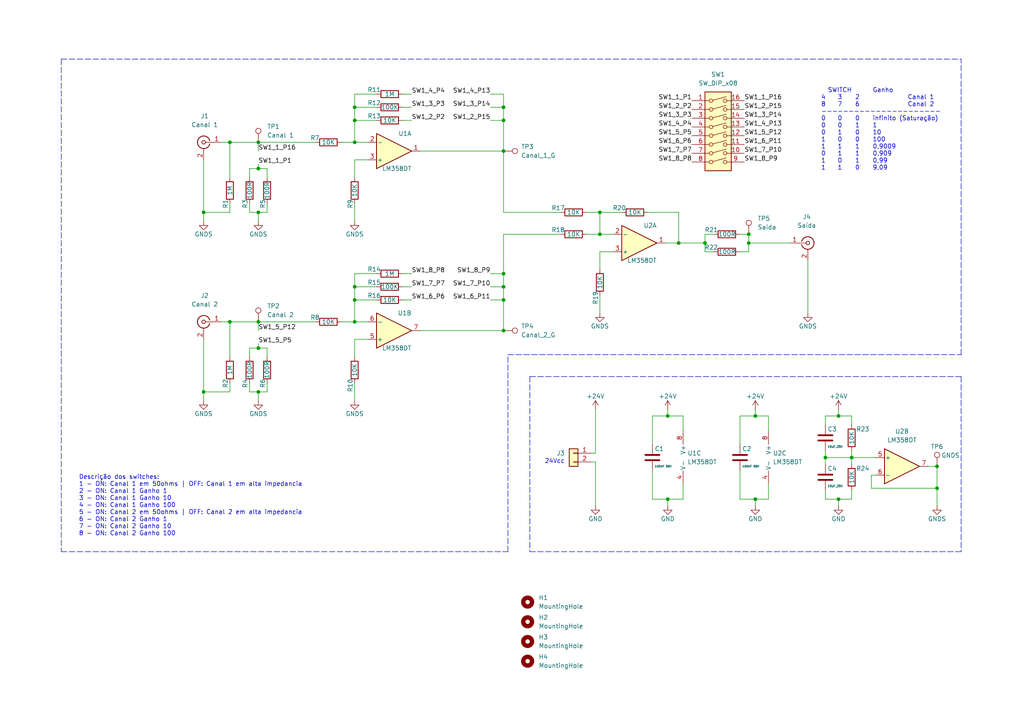
<source format=kicad_sch>
(kicad_sch (version 20211123) (generator eeschema)
  (paper "A4")
  (title_block (title "Signal Mixer") (date "2024-01-28") (rev "0") (company "Mogitrônica") (comment 1 "Eng. Júlio R. R. Santos") (comment 2 "linkedin.com/in/juliorrsantos"))
  (lib_symbols
    (symbol "10K_1" (pin_numbers hide) (pin_names (offset 0))
      (property "Reference" "R" (at 2.032 0 90))
      (property "Value" "10K_1" (at 0 0 90))
      (symbol "10K_1_0_1"
        (rectangle (start -1.016 -2.54) (end 1.016 2.54) (stroke (width 0.254)))
      )
      (symbol "10K_1_1_1"
        (pin passive line (at 0 3.81 270) (length 1.27) (name "~") (number "1"))
        (pin passive line (at 0 -3.81 90) (length 1.27) (name "~") (number "2"))
      )
    )
    (symbol "10K_2" (pin_numbers hide) (pin_names (offset 0))
      (property "Reference" "R" (at 2.032 0 90))
      (property "Value" "10K_2" (at 0 0 90))
      (symbol "10K_2_0_1"
        (rectangle (start -1.016 -2.54) (end 1.016 2.54) (stroke (width 0.254)))
      )
      (symbol "10K_2_1_1"
        (pin passive line (at 0 3.81 270) (length 1.27) (name "~") (number "1"))
        (pin passive line (at 0 -3.81 90) (length 1.27) (name "~") (number "2"))
      )
    )
    (symbol "10K_3" (pin_numbers hide) (pin_names (offset 0))
      (property "Reference" "R" (at 2.032 0 90))
      (property "Value" "10K_3" (at 0 0 90))
      (symbol "10K_3_0_1"
        (rectangle (start -1.016 -2.54) (end 1.016 2.54) (stroke (width 0.254)))
      )
      (symbol "10K_3_1_1"
        (pin passive line (at 0 3.81 270) (length 1.27) (name "~") (number "1"))
        (pin passive line (at 0 -3.81 90) (length 1.27) (name "~") (number "2"))
      )
    )
    (symbol "10K_4" (pin_numbers hide) (pin_names (offset 0))
      (property "Reference" "R" (at 2.032 0 90))
      (property "Value" "10K_4" (at 0 0 90))
      (symbol "10K_4_0_1"
        (rectangle (start -1.016 -2.54) (end 1.016 2.54) (stroke (width 0.254)))
      )
      (symbol "10K_4_1_1"
        (pin passive line (at 0 3.81 270) (length 1.27) (name "~") (number "1"))
        (pin passive line (at 0 -3.81 90) (length 1.27) (name "~") (number "2"))
      )
    )
    (symbol "10K_5" (pin_numbers hide) (pin_names (offset 0))
      (property "Reference" "R" (at 2.032 0 90))
      (property "Value" "10K_5" (at 0 0 90))
      (symbol "10K_5_0_1"
        (rectangle (start -1.016 -2.54) (end 1.016 2.54) (stroke (width 0.254)))
      )
      (symbol "10K_5_1_1"
        (pin passive line (at 0 3.81 270) (length 1.27) (name "~") (number "1"))
        (pin passive line (at 0 -3.81 90) (length 1.27) (name "~") (number "2"))
      )
    )
    (symbol "Connector:Conn_Coaxial" (pin_names (offset 1.016) hide)
      (property "Reference" "J" (at 0.254 3.048 0))
      (property "Value" "Conn_Coaxial" (at 2.921 0 90))
      (symbol "Conn_Coaxial_0_1"
        (arc (start -1.778 -0.508) (mid 0.2311 -1.8066) (end 1.778 0) (stroke (width 0.254)))
        (polyline (pts (xy -2.54 0) (xy -0.508 0)))
        (polyline (pts (xy 0 -2.54) (xy 0 -1.778)))
        (circle (center 0 0) (radius 0.508) (stroke (width 0.2032)))
        (arc (start 1.778 0) (mid 0.2099 1.8101) (end -1.778 0.508) (stroke (width 0.254)))
      )
      (symbol "Conn_Coaxial_1_1"
        (pin passive line (at -5.08 0 0) (length 2.54) (name "In") (number "1"))
        (pin passive line (at 0 -5.08 90) (length 2.54) (name "Ext") (number "2"))
      )
    )
    (symbol "Julio_Capacitores_0603:100nF 50V" (pin_numbers hide) (pin_names (offset 0.254))
      (property "Reference" "C" (at 0.635 2.54 0))
      (property "Value" "100nF 50V" (at 0.635 -2.54 0))
      (symbol "100nF 50V_0_1"
        (polyline (pts (xy -2.032 -0.762) (xy 2.032 -0.762)) (stroke (width 0.508)))
        (polyline (pts (xy -2.032 0.762) (xy 2.032 0.762)) (stroke (width 0.508)))
      )
      (symbol "100nF 50V_1_1"
        (pin passive line (at 0 3.81 270) (length 2.794) (name "~") (number "1"))
        (pin passive line (at 0 -3.81 90) (length 2.794) (name "~") (number "2"))
      )
    )
    (symbol "Julio_Capacitores_0603:10uF_25V" (pin_numbers hide) (pin_names (offset 0.254))
      (property "Reference" "C" (at 0.635 2.54 0))
      (property "Value" "10uF_25V" (at 0.635 -2.54 0))
      (symbol "10uF_25V_0_1"
        (polyline (pts (xy -2.032 -0.762) (xy 2.032 -0.762)) (stroke (width 0.508)))
        (polyline (pts (xy -2.032 0.762) (xy 2.032 0.762)) (stroke (width 0.508)))
      )
      (symbol "10uF_25V_1_1"
        (pin passive line (at 0 3.81 270) (length 2.794) (name "~") (number "1"))
        (pin passive line (at 0 -3.81 90) (length 2.794) (name "~") (number "2"))
      )
    )
    (symbol "Julio_Conectores:Conn_01x02" (pin_names (offset 1.016) hide)
      (property "Reference" "J" (at 0 2.54 0))
      (property "Value" "Conn_01x02" (at 0 -5.08 0))
      (symbol "Conn_01x02_1_1"
        (rectangle (start -1.27 -2.413) (end 0 -2.667) (stroke (width 0.1524)))
        (rectangle (start -1.27 0.127) (end 0 -0.127) (stroke (width 0.1524)))
        (rectangle (start -1.27 1.27) (end 1.27 -3.81) (stroke (width 0.254)) (fill (type background)))
        (pin passive line (at -5.08 0 0) (length 3.81) (name "Pin_1") (number "1"))
        (pin passive line (at -5.08 -2.54 0) (length 3.81) (name "Pin_2") (number "2"))
      )
    )
    (symbol "Julio_OpAmp:LM358DT" (pin_names (offset 0.127))
      (property "Reference" "U" (at 0 5.08 0))
      (property "Value" "LM358DT" (at 0 -5.08 0))
      (symbol "LM358DT_1_1"
        (polyline (pts (xy -5.08 5.08) (xy 5.08 0) (xy -5.08 -5.08) (xy -5.08 5.08)) (stroke (width 0.254)) (fill (type background)))
        (pin output line (at 7.62 0 180) (length 2.54) (name "~") (number "1"))
        (pin input line (at -7.62 -2.54 0) (length 2.54) (name "-") (number "2"))
        (pin input line (at -7.62 2.54 0) (length 2.54) (name "+") (number "3"))
      )
      (symbol "LM358DT_2_1"
        (polyline (pts (xy -5.08 5.08) (xy 5.08 0) (xy -5.08 -5.08) (xy -5.08 5.08)) (stroke (width 0.254)) (fill (type background)))
        (pin input line (at -7.62 2.54 0) (length 2.54) (name "+") (number "5"))
        (pin input line (at -7.62 -2.54 0) (length 2.54) (name "-") (number "6"))
        (pin output line (at 7.62 0 180) (length 2.54) (name "~") (number "7"))
      )
      (symbol "LM358DT_3_1"
        (pin power_in line (at -2.54 -7.62 90) (length 3.81) (name "V-") (number "4"))
        (pin power_in line (at -2.54 7.62 270) (length 3.81) (name "V+") (number "8"))
      )
    )
    (symbol "Julio_Resistores_0603:100K" (pin_numbers hide) (pin_names (offset 0))
      (property "Reference" "R" (at 2.032 0 90))
      (property "Value" "100K" (at 0 0 90))
      (symbol "100K_0_1"
        (rectangle (start -1.016 -2.54) (end 1.016 2.54) (stroke (width 0.254)))
      )
      (symbol "100K_1_1"
        (pin passive line (at 0 3.81 270) (length 1.27) (name "~") (number "1"))
        (pin passive line (at 0 -3.81 90) (length 1.27) (name "~") (number "2"))
      )
    )
    (symbol "Julio_Resistores_0603:10K" (pin_numbers hide) (pin_names (offset 0))
      (property "Reference" "R" (at 2.032 0 90))
      (property "Value" "10K" (at 0 0 90))
      (symbol "10K_0_1"
        (rectangle (start -1.016 -2.54) (end 1.016 2.54) (stroke (width 0.254)))
      )
      (symbol "10K_1_1"
        (pin passive line (at 0 3.81 270) (length 1.27) (name "~") (number "1"))
        (pin passive line (at 0 -3.81 90) (length 1.27) (name "~") (number "2"))
      )
    )
    (symbol "Julio_Resistores_0603:1M" (pin_numbers hide) (pin_names (offset 0))
      (property "Reference" "R" (at 2.032 0 90))
      (property "Value" "1M" (at 0 0 90))
      (symbol "1M_0_1"
        (rectangle (start -1.016 -2.54) (end 1.016 2.54) (stroke (width 0.254)))
      )
      (symbol "1M_1_1"
        (pin passive line (at 0 3.81 270) (length 1.27) (name "~") (number "1"))
        (pin passive line (at 0 -3.81 90) (length 1.27) (name "~") (number "2"))
      )
    )
    (symbol "Julio_Resistores_0805:100R" (pin_numbers hide) (pin_names (offset 0))
      (property "Reference" "R" (at 2.032 0 90))
      (property "Value" "100R" (at 0 0 90))
      (symbol "100R_0_1"
        (rectangle (start -1.016 -2.54) (end 1.016 2.54) (stroke (width 0.254)))
      )
      (symbol "100R_1_1"
        (pin passive line (at 0 3.81 270) (length 1.27) (name "~") (number "1"))
        (pin passive line (at 0 -3.81 90) (length 1.27) (name "~") (number "2"))
      )
    )
    (symbol "Julio_Testpoint:TestPoint" (pin_numbers hide) (pin_names (offset 0.762) hide)
      (property "Reference" "TP" (at 0 6.858 0))
      (property "Value" "TestPoint" (at 0 5.08 0))
      (symbol "TestPoint_0_1"
        (circle (center 0 3.302) (radius 0.762))
      )
      (symbol "TestPoint_1_1"
        (pin passive line (at 0 0 90) (length 2.54) (name "1") (number "1"))
      )
    )
    (symbol "Mechanical:MountingHole" (pin_names (offset 1.016))
      (property "Reference" "H" (at 0 5.08 0))
      (property "Value" "MountingHole" (at 0 3.175 0))
      (symbol "MountingHole_0_1"
        (circle (center 0 0) (radius 1.27) (stroke (width 1.27)))
      )
    )
    (symbol "Switch:SW_DIP_x08" (pin_names (offset 0) hide)
      (property "Reference" "SW" (at 0 13.97 0))
      (property "Value" "SW_DIP_x08" (at 0 -11.43 0))
      (symbol "SW_DIP_x08_0_0"
        (circle (center -2.032 -7.62) (radius 0.508))
        (circle (center -2.032 -5.08) (radius 0.508))
        (circle (center -2.032 -2.54) (radius 0.508))
        (circle (center -2.032 0) (radius 0.508))
        (circle (center -2.032 2.54) (radius 0.508))
        (circle (center -2.032 5.08) (radius 0.508))
        (circle (center -2.032 7.62) (radius 0.508))
        (circle (center -2.032 10.16) (radius 0.508))
        (polyline (pts (xy -1.524 -7.4676) (xy 2.3622 -6.4262)))
        (polyline (pts (xy -1.524 -4.9276) (xy 2.3622 -3.8862)))
        (polyline (pts (xy -1.524 -2.3876) (xy 2.3622 -1.3462)))
        (polyline (pts (xy -1.524 0.127) (xy 2.3622 1.1684)))
        (polyline (pts (xy -1.524 2.667) (xy 2.3622 3.7084)))
        (polyline (pts (xy -1.524 5.207) (xy 2.3622 6.2484)))
        (polyline (pts (xy -1.524 7.747) (xy 2.3622 8.7884)))
        (polyline (pts (xy -1.524 10.287) (xy 2.3622 11.3284)))
        (circle (center 2.032 -7.62) (radius 0.508))
        (circle (center 2.032 -5.08) (radius 0.508))
        (circle (center 2.032 -2.54) (radius 0.508))
        (circle (center 2.032 0) (radius 0.508))
        (circle (center 2.032 2.54) (radius 0.508))
        (circle (center 2.032 5.08) (radius 0.508))
        (circle (center 2.032 7.62) (radius 0.508))
        (circle (center 2.032 10.16) (radius 0.508))
      )
      (symbol "SW_DIP_x08_0_1"
        (rectangle (start -3.81 12.7) (end 3.81 -10.16) (stroke (width 0.254)) (fill (type background)))
      )
      (symbol "SW_DIP_x08_1_1"
        (pin passive line (at -7.62 10.16 0) (length 5.08) (name "~") (number "1"))
        (pin passive line (at 7.62 -5.08 180) (length 5.08) (name "~") (number "10"))
        (pin passive line (at 7.62 -2.54 180) (length 5.08) (name "~") (number "11"))
        (pin passive line (at 7.62 0 180) (length 5.08) (name "~") (number "12"))
        (pin passive line (at 7.62 2.54 180) (length 5.08) (name "~") (number "13"))
        (pin passive line (at 7.62 5.08 180) (length 5.08) (name "~") (number "14"))
        (pin passive line (at 7.62 7.62 180) (length 5.08) (name "~") (number "15"))
        (pin passive line (at 7.62 10.16 180) (length 5.08) (name "~") (number "16"))
        (pin passive line (at -7.62 7.62 0) (length 5.08) (name "~") (number "2"))
        (pin passive line (at -7.62 5.08 0) (length 5.08) (name "~") (number "3"))
        (pin passive line (at -7.62 2.54 0) (length 5.08) (name "~") (number "4"))
        (pin passive line (at -7.62 0 0) (length 5.08) (name "~") (number "5"))
        (pin passive line (at -7.62 -2.54 0) (length 5.08) (name "~") (number "6"))
        (pin passive line (at -7.62 -5.08 0) (length 5.08) (name "~") (number "7"))
        (pin passive line (at -7.62 -7.62 0) (length 5.08) (name "~") (number "8"))
        (pin passive line (at 7.62 -7.62 180) (length 5.08) (name "~") (number "9"))
      )
    )
    (symbol "power:+24V" (power) (pin_names (offset 0))
      (property "Value" "+24V" (at 0 3.556 0))
      (symbol "+24V_0_1"
        (polyline (pts (xy -0.762 1.27) (xy 0 2.54)))
        (polyline (pts (xy 0 0) (xy 0 2.54)))
        (polyline (pts (xy 0 2.54) (xy 0.762 1.27)))
      )
      (symbol "+24V_1_1"
        (pin power_in line (at 0 0 90) (length 0) hide (name "+24V") (number "1"))
      )
    )
    (symbol "power:GND" (power) (pin_names (offset 0))
      (property "Value" "GND" (at 0 -3.81 0))
      (symbol "GND_0_1"
        (polyline (pts (xy 0 0) (xy 0 -1.27) (xy 1.27 -1.27) (xy 0 -2.54) (xy -1.27 -1.27) (xy 0 -1.27)))
      )
      (symbol "GND_1_1"
        (pin power_in line (at 0 0 270) (length 0) hide (name "GND") (number "1"))
      )
    )
    (symbol "power:GNDS" (power) (pin_names (offset 0))
      (property "Value" "GNDS" (at 0 -3.81 0))
      (symbol "GNDS_0_1"
        (polyline (pts (xy 0 0) (xy 0 -1.27) (xy 1.27 -1.27) (xy 0 -2.54) (xy -1.27 -1.27) (xy 0 -1.27)))
      )
      (symbol "GNDS_1_1"
        (pin power_in line (at 0 0 270) (length 0) hide (name "GNDS") (number "1"))
      )
    )
  )
  (junction (at 74.93 41.275))
  (junction (at 59.055 61.595))
  (junction (at 74.93 113.665))
  (junction (at 146.05 79.375))
  (junction (at 247.015 132.715))
  (junction (at 219.075 120.65))
  (junction (at 66.675 93.345))
  (junction (at 66.675 41.275))
  (junction (at 146.05 95.885))
  (junction (at 243.205 120.65))
  (junction (at 146.05 83.185))
  (junction (at 243.205 144.78))
  (junction (at 193.675 120.65))
  (junction (at 74.93 100.965))
  (junction (at 146.05 34.925))
  (junction (at 102.87 83.185))
  (junction (at 204.47 70.485))
  (junction (at 196.85 70.485))
  (junction (at 146.05 86.995))
  (junction (at 102.87 34.925))
  (junction (at 271.78 141.605))
  (junction (at 173.99 61.595))
  (junction (at 102.87 86.995))
  (junction (at 74.93 48.895))
  (junction (at 239.395 132.715))
  (junction (at 146.05 43.815))
  (junction (at 74.93 61.595))
  (junction (at 271.78 135.255))
  (junction (at 219.075 144.78))
  (junction (at 217.17 67.945))
  (junction (at 173.99 67.945))
  (junction (at 146.05 31.115))
  (junction (at 59.055 113.665))
  (junction (at 102.87 41.275))
  (junction (at 102.87 93.345))
  (junction (at 193.675 144.78))
  (junction (at 217.17 70.485))
  (junction (at 74.93 93.345))
  (junction (at 102.87 31.115))
  (wire (pts (xy 239.395 120.65) (xy 239.395 123.19)))
  (wire (pts (xy 72.39 111.125) (xy 72.39 113.665)))
  (wire (pts (xy 77.47 100.965) (xy 77.47 103.505)))
  (wire (pts (xy 74.93 48.895) (xy 77.47 48.895)))
  (wire (pts (xy 146.05 67.945) (xy 146.05 79.375)))
  (wire (pts (xy 146.05 86.995) (xy 146.05 83.185)))
  (wire (pts (xy 74.93 113.665) (xy 74.93 116.205)))
  (wire (pts (xy 72.39 113.665) (xy 74.93 113.665)))
  (wire (pts (xy 142.24 86.995) (xy 146.05 86.995)))
  (wire (pts (xy 119.38 31.115) (xy 116.84 31.115)))
  (wire (pts (xy 116.84 86.995) (xy 119.38 86.995)))
  (wire (pts (xy 217.17 67.945) (xy 217.17 70.485)))
  (wire (pts (xy 72.39 103.505) (xy 72.39 100.965)))
  (wire (pts (xy 219.075 144.78) (xy 219.075 146.685)))
  (wire (pts (xy 172.72 146.685) (xy 172.72 133.985)))
  (wire (pts (xy 102.87 98.425) (xy 102.87 103.505)))
  (wire (pts (xy 74.93 99.695) (xy 74.93 100.965)))
  (wire (pts (xy 146.05 79.375) (xy 146.05 83.185)))
  (wire (pts (xy 217.17 70.485) (xy 229.235 70.485)))
  (wire (pts (xy 142.24 79.375) (xy 146.05 79.375)))
  (wire (pts (xy 222.885 120.65) (xy 222.885 125.095)))
  (wire (pts (xy 189.23 120.65) (xy 193.675 120.65)))
  (wire (pts (xy 198.12 144.78) (xy 198.12 140.335)))
  (wire (pts (xy 64.135 93.345) (xy 66.675 93.345)))
  (wire (pts (xy 239.395 130.81) (xy 239.395 132.715)))
  (wire (pts (xy 119.38 27.305) (xy 116.84 27.305)))
  (wire (pts (xy 204.47 70.485) (xy 204.47 73.025)))
  (wire (pts (xy 109.22 79.375) (xy 102.87 79.375)))
  (wire (pts (xy 66.675 113.665) (xy 59.055 113.665)))
  (wire (pts (xy 189.23 136.525) (xy 189.23 144.78)))
  (wire (pts (xy 234.315 90.805) (xy 234.315 75.565)))
  (wire (pts (xy 102.87 93.345) (xy 102.87 86.995)))
  (wire (pts (xy 177.8 73.025) (xy 173.99 73.025)))
  (wire (pts (xy 102.87 27.305) (xy 102.87 31.115)))
  (wire (pts (xy 219.075 144.78) (xy 222.885 144.78)))
  (polyline (pts (xy 17.78 160.02) (xy 147.32 160.02)))
  (wire (pts (xy 121.92 95.885) (xy 146.05 95.885)))
  (wire (pts (xy 214.63 120.65) (xy 219.075 120.65)))
  (wire (pts (xy 146.05 61.595) (xy 146.05 43.815)))
  (wire (pts (xy 102.87 31.115) (xy 102.87 34.925)))
  (polyline (pts (xy 278.765 160.02) (xy 153.67 160.02)))
  (wire (pts (xy 77.47 48.895) (xy 77.47 51.435)))
  (wire (pts (xy 239.395 142.24) (xy 239.395 144.78)))
  (wire (pts (xy 196.85 70.485) (xy 204.47 70.485)))
  (wire (pts (xy 170.18 61.595) (xy 173.99 61.595)))
  (wire (pts (xy 219.075 118.745) (xy 219.075 120.65)))
  (wire (pts (xy 254 137.795) (xy 252.73 137.795)))
  (wire (pts (xy 222.885 144.78) (xy 222.885 140.335)))
  (wire (pts (xy 193.675 144.78) (xy 198.12 144.78)))
  (wire (pts (xy 64.135 41.275) (xy 66.675 41.275)))
  (wire (pts (xy 146.05 86.995) (xy 146.05 95.885)))
  (polyline (pts (xy 278.765 102.87) (xy 278.765 17.145)))
  (wire (pts (xy 204.47 67.945) (xy 204.47 70.485)))
  (wire (pts (xy 193.675 118.745) (xy 193.675 120.65)))
  (wire (pts (xy 72.39 48.895) (xy 74.93 48.895)))
  (wire (pts (xy 214.63 144.78) (xy 219.075 144.78)))
  (wire (pts (xy 180.34 61.595) (xy 173.99 61.595)))
  (wire (pts (xy 239.395 132.715) (xy 247.015 132.715)))
  (wire (pts (xy 243.205 144.78) (xy 243.205 146.685)))
  (wire (pts (xy 207.01 67.945) (xy 204.47 67.945)))
  (wire (pts (xy 66.675 41.275) (xy 66.675 51.435)))
  (wire (pts (xy 271.78 141.605) (xy 271.78 135.255)))
  (wire (pts (xy 59.055 64.135) (xy 59.055 61.595)))
  (wire (pts (xy 214.63 128.905) (xy 214.63 120.65)))
  (wire (pts (xy 146.05 83.185) (xy 142.24 83.185)))
  (wire (pts (xy 74.93 47.625) (xy 74.93 48.895)))
  (wire (pts (xy 271.78 135.255) (xy 269.24 135.255)))
  (wire (pts (xy 102.87 79.375) (xy 102.87 83.185)))
  (polyline (pts (xy 17.78 17.145) (xy 17.78 160.02)))
  (wire (pts (xy 204.47 73.025) (xy 207.01 73.025)))
  (wire (pts (xy 189.23 128.905) (xy 189.23 120.65)))
  (polyline (pts (xy 153.67 109.22) (xy 278.765 109.22)))
  (wire (pts (xy 189.23 144.78) (xy 193.675 144.78)))
  (wire (pts (xy 59.055 61.595) (xy 59.055 46.355)))
  (wire (pts (xy 74.93 113.665) (xy 77.47 113.665)))
  (wire (pts (xy 142.24 27.305) (xy 146.05 27.305)))
  (wire (pts (xy 243.205 144.78) (xy 247.015 144.78)))
  (wire (pts (xy 252.73 137.795) (xy 252.73 141.605)))
  (wire (pts (xy 247.015 132.715) (xy 254 132.715)))
  (wire (pts (xy 66.675 61.595) (xy 59.055 61.595)))
  (wire (pts (xy 142.24 31.115) (xy 146.05 31.115)))
  (wire (pts (xy 170.18 67.945) (xy 173.99 67.945)))
  (wire (pts (xy 72.39 59.055) (xy 72.39 61.595)))
  (polyline (pts (xy 278.765 109.22) (xy 278.765 160.02)))
  (wire (pts (xy 102.87 111.125) (xy 102.87 116.205)))
  (polyline (pts (xy 17.78 17.145) (xy 278.765 17.145)))
  (polyline (pts (xy 147.32 102.87) (xy 278.765 102.87)))
  (wire (pts (xy 66.675 93.345) (xy 66.675 103.505)))
  (wire (pts (xy 271.78 146.685) (xy 271.78 141.605)))
  (wire (pts (xy 74.93 93.345) (xy 91.44 93.345)))
  (wire (pts (xy 66.675 111.125) (xy 66.675 113.665)))
  (wire (pts (xy 173.99 67.945) (xy 177.8 67.945)))
  (wire (pts (xy 74.93 93.345) (xy 74.93 95.885)))
  (wire (pts (xy 102.87 41.275) (xy 106.68 41.275)))
  (wire (pts (xy 196.85 61.595) (xy 196.85 70.485)))
  (wire (pts (xy 239.395 132.715) (xy 239.395 134.62)))
  (wire (pts (xy 66.675 41.275) (xy 74.93 41.275)))
  (wire (pts (xy 252.73 141.605) (xy 271.78 141.605)))
  (wire (pts (xy 172.72 131.445) (xy 172.72 118.745)))
  (wire (pts (xy 102.87 83.185) (xy 102.87 86.995)))
  (wire (pts (xy 247.015 123.19) (xy 247.015 120.65)))
  (wire (pts (xy 119.38 83.185) (xy 116.84 83.185)))
  (wire (pts (xy 171.45 131.445) (xy 172.72 131.445)))
  (wire (pts (xy 219.075 120.65) (xy 222.885 120.65)))
  (wire (pts (xy 59.055 113.665) (xy 59.055 98.425)))
  (wire (pts (xy 59.055 116.205) (xy 59.055 113.665)))
  (wire (pts (xy 239.395 144.78) (xy 243.205 144.78)))
  (wire (pts (xy 72.39 51.435) (xy 72.39 48.895)))
  (wire (pts (xy 74.93 41.275) (xy 74.93 43.815)))
  (wire (pts (xy 109.22 34.925) (xy 102.87 34.925)))
  (wire (pts (xy 217.17 73.025) (xy 214.63 73.025)))
  (wire (pts (xy 102.87 93.345) (xy 106.68 93.345)))
  (polyline (pts (xy 153.67 109.22) (xy 153.67 160.02)))
  (wire (pts (xy 66.675 59.055) (xy 66.675 61.595)))
  (wire (pts (xy 247.015 144.78) (xy 247.015 142.24)))
  (wire (pts (xy 74.93 41.275) (xy 91.44 41.275)))
  (wire (pts (xy 74.93 100.965) (xy 77.47 100.965)))
  (wire (pts (xy 77.47 61.595) (xy 77.47 59.055)))
  (wire (pts (xy 119.38 34.925) (xy 116.84 34.925)))
  (wire (pts (xy 162.56 67.945) (xy 146.05 67.945)))
  (wire (pts (xy 142.24 34.925) (xy 146.05 34.925)))
  (wire (pts (xy 102.87 46.355) (xy 102.87 51.435)))
  (wire (pts (xy 198.12 120.65) (xy 198.12 125.095)))
  (wire (pts (xy 247.015 120.65) (xy 243.205 120.65)))
  (wire (pts (xy 74.93 61.595) (xy 77.47 61.595)))
  (wire (pts (xy 243.205 118.745) (xy 243.205 120.65)))
  (wire (pts (xy 173.99 85.725) (xy 173.99 90.805)))
  (wire (pts (xy 193.675 144.78) (xy 193.675 146.685)))
  (wire (pts (xy 102.87 59.055) (xy 102.87 64.135)))
  (wire (pts (xy 72.39 100.965) (xy 74.93 100.965)))
  (wire (pts (xy 196.85 70.485) (xy 193.04 70.485)))
  (wire (pts (xy 119.38 79.375) (xy 116.84 79.375)))
  (wire (pts (xy 172.72 133.985) (xy 171.45 133.985)))
  (wire (pts (xy 243.205 120.65) (xy 239.395 120.65)))
  (wire (pts (xy 247.015 132.715) (xy 247.015 134.62)))
  (wire (pts (xy 99.06 93.345) (xy 102.87 93.345)))
  (wire (pts (xy 214.63 67.945) (xy 217.17 67.945)))
  (wire (pts (xy 66.675 93.345) (xy 74.93 93.345)))
  (wire (pts (xy 173.99 61.595) (xy 173.99 67.945)))
  (wire (pts (xy 74.93 61.595) (xy 74.93 64.135)))
  (wire (pts (xy 146.05 34.925) (xy 146.05 43.815)))
  (wire (pts (xy 214.63 136.525) (xy 214.63 144.78)))
  (polyline (pts (xy 147.32 160.02) (xy 147.32 102.87)))
  (wire (pts (xy 106.68 98.425) (xy 102.87 98.425)))
  (wire (pts (xy 99.06 41.275) (xy 102.87 41.275)))
  (wire (pts (xy 109.22 83.185) (xy 102.87 83.185)))
  (wire (pts (xy 109.22 31.115) (xy 102.87 31.115)))
  (wire (pts (xy 106.68 46.355) (xy 102.87 46.355)))
  (wire (pts (xy 173.99 73.025) (xy 173.99 78.105)))
  (wire (pts (xy 146.05 43.815) (xy 121.92 43.815)))
  (wire (pts (xy 187.96 61.595) (xy 196.85 61.595)))
  (wire (pts (xy 102.87 86.995) (xy 109.22 86.995)))
  (wire (pts (xy 77.47 113.665) (xy 77.47 111.125)))
  (wire (pts (xy 146.05 31.115) (xy 146.05 34.925)))
  (wire (pts (xy 247.015 130.81) (xy 247.015 132.715)))
  (wire (pts (xy 193.675 120.65) (xy 198.12 120.65)))
  (wire (pts (xy 146.05 61.595) (xy 162.56 61.595)))
  (wire (pts (xy 109.22 27.305) (xy 102.87 27.305)))
  (wire (pts (xy 102.87 34.925) (xy 102.87 41.275)))
  (wire (pts (xy 72.39 61.595) (xy 74.93 61.595)))
  (wire (pts (xy 146.05 27.305) (xy 146.05 31.115)))
  (wire (pts (xy 217.17 70.485) (xy 217.17 73.025)))
  (text "24Vcc" (at 163.83 134.62 180) (effects (font (size 1.27 1.27)) (justify right bottom)))
  (text "Descrição dos switches:\n1 - ON: Canal 1 em 50ohms | OFF: Canal 1 em alta impedancia\n2 - ON: Canal 1 Ganho 1\n3 - ON: Canal 1 Ganho 10\n4 - ON: Canal 1 Ganho 100\n5 - ON: Canal 2 em 50ohms | OFF: Canal 2 em alta impedancia\n6 - ON: Canal 2 Ganho 1\n7 - ON: Canal 2 Ganho 10\n8 - ON: Canal 2 Ganho 100" (at 22.86 155.575 0) (effects (font (size 1.27 1.27)) (justify left bottom)))
  (text "  SWITCH	Ganho\n4	3	2			Canal 1\n8	7	6			Canal 2\n----------------------\n0	0	0	infinito (Saturação)\n0	0	1	1\n0	1	0	10\n1	0	0	100\n1	1	1	0,9009\n0	1	1	0,909\n1	0	1	0,99\n1	1	0	9,09\n" (at 238.125 49.53 0) (effects (font (size 1.27 1.27)) (justify left bottom)))
  (label "SW1_4_P4" (at 200.66 36.83 180))
  (label "SW1_3_P14" (at 142.24 31.115 180))
  (label "SW1_7_P10" (at 215.9 44.45 0))
  (label "SW1_8_P8" (at 119.38 79.375 0))
  (label "SW1_6_P6" (at 200.66 41.91 180))
  (label "SW1_1_P16" (at 215.9 29.21 0))
  (label "SW1_4_P13" (at 215.9 36.83 0))
  (label "SW1_4_P4" (at 119.38 27.305 0))
  (label "SW1_2_P2" (at 200.66 31.75 180))
  (label "SW1_3_P3" (at 119.38 31.115 0))
  (label "SW1_8_P9" (at 142.24 79.375 180))
  (label "SW1_4_P13" (at 142.24 27.305 180))
  (label "SW1_8_P8" (at 200.66 46.99 180))
  (label "SW1_7_P7" (at 200.66 44.45 180))
  (label "SW1_5_P5" (at 74.93 99.695 0))
  (label "SW1_1_P16" (at 74.93 43.815 0))
  (label "SW1_7_P10" (at 142.24 83.185 180))
  (label "SW1_2_P15" (at 215.9 31.75 0))
  (label "SW1_3_P3" (at 200.66 34.29 180))
  (label "SW1_2_P15" (at 142.24 34.925 180))
  (label "SW1_2_P2" (at 119.38 34.925 0))
  (label "SW1_8_P9" (at 215.9 46.99 0))
  (label "SW1_6_P6" (at 119.38 86.995 0))
  (label "SW1_5_P12" (at 215.9 39.37 0))
  (label "SW1_5_P5" (at 200.66 39.37 180))
  (label "SW1_6_P11" (at 215.9 41.91 0))
  (label "SW1_3_P14" (at 215.9 34.29 0))
  (label "SW1_6_P11" (at 142.24 86.995 180))
  (label "SW1_7_P7" (at 119.38 83.185 0))
  (label "SW1_5_P12" (at 74.93 95.885 0))
  (label "SW1_1_P1" (at 74.93 47.625 0))
  (label "SW1_1_P1" (at 200.66 29.21 180))
  (symbol (lib_id "Julio_OpAmp:LM358DT") (at 185.42 70.485 0) (mirror x) (unit 1)
    (property "Reference" "U2" (at 190.5 65.405 0) (effects (justify right)))
    (property "Value" "LM358DT" (at 190.5 75.565 0) (effects (justify right)))
    (property "Footprint" "Package_SO:SOIC-8_3.9x4.9mm_P1.27mm" (effects hide))
    (property "Datasheet" "https://datasheet.lcsc.com/lcsc/1810181110_STMicroelectronics-LM358DT_C9418.pdf" (effects hide))
    (property "LCSC" "C9418" (effects hide))
    (property "Mfr" "LM358DT" (effects hide))
  )
  (symbol (lib_id "power:GNDS") (at 59.055 64.135 0) (unit 1)
    (property "Reference" "#PWR01" (effects hide))
    (property "Value" "GNDS" (at 59.055 67.945 0))
  )
  (symbol (lib_id "power:GNDS") (at 59.055 116.205 0) (unit 1)
    (property "Reference" "#PWR02" (effects hide))
    (property "Value" "GNDS" (at 59.055 120.015 0))
  )
  (symbol (lib_name "10K_5") (lib_id "Julio_Resistores_0603:10K") (at 173.99 81.915 180) (unit 1)
    (property "Reference" "R19" (at 172.72 84.455 90) (effects (justify left)))
    (property "Value" "10K" (at 173.99 81.915 90))
    (property "Footprint" "Resistor_SMD:R_0603_1608Metric" (effects hide))
    (property "Datasheet" "https://datasheet.lcsc.com/lcsc/2206010045_UNI-ROYAL-Uniroyal-Elec-0603WAF1002T5E_C25804.pdf" (effects hide))
    (property "LCSC" "C25804" (effects hide))
    (property "Mfr" "0603WAF1002T5E" (effects hide))
  )
  (symbol (lib_name "10K_5") (lib_id "Julio_Resistores_0603:10K") (at 166.37 61.595 90) (unit 1)
    (property "Reference" "R17" (at 163.83 60.325 90) (effects (justify left)))
    (property "Value" "10K" (at 166.37 61.595 90))
    (property "Footprint" "Resistor_SMD:R_0603_1608Metric" (effects hide))
    (property "Datasheet" "https://datasheet.lcsc.com/lcsc/2206010045_UNI-ROYAL-Uniroyal-Elec-0603WAF1002T5E_C25804.pdf" (effects hide))
    (property "LCSC" "C25804" (effects hide))
    (property "Mfr" "0603WAF1002T5E" (effects hide))
  )
  (symbol (lib_id "Connector:Conn_Coaxial") (at 59.055 93.345 0) (mirror y) (unit 1)
    (property "Reference" "J2" (at 59.3724 85.725 0))
    (property "Value" "Canal 2" (at 59.3724 88.265 0))
    (property "Footprint" "Julio_Connectors:BNC_DOSIN-801-0083" (effects hide))
    (property "Datasheet" " ~" (effects hide))
  )
  (symbol (lib_id "power:GNDS") (at 74.93 116.205 0) (unit 1)
    (property "Reference" "#PWR04" (effects hide))
    (property "Value" "GNDS" (at 74.93 120.015 0))
  )
  (symbol (lib_name "10K_1") (lib_id "Julio_Resistores_0603:10K") (at 102.87 107.315 180) (unit 1)
    (property "Reference" "R10" (at 101.6 109.855 90) (effects (justify left)))
    (property "Value" "10K" (at 102.87 107.315 90))
    (property "Footprint" "Resistor_SMD:R_0603_1608Metric" (effects hide))
    (property "Datasheet" "https://datasheet.lcsc.com/lcsc/2206010045_UNI-ROYAL-Uniroyal-Elec-0603WAF1002T5E_C25804.pdf" (effects hide))
    (property "LCSC" "C25804" (effects hide))
    (property "Mfr" "0603WAF1002T5E" (effects hide))
  )
  (symbol (lib_id "Mechanical:MountingHole") (at 153.035 180.34 0) (unit 1) (in_bom no)
    (property "Reference" "H2" (at 156.21 179.0699 0) (effects (justify left)))
    (property "Value" "MountingHole" (at 156.21 181.6099 0) (effects (justify left)))
    (property "Footprint" "MountingHole:MountingHole_3.2mm_M3" (effects hide))
  )
  (symbol (lib_id "Julio_Resistores_0603:1M") (at 66.675 107.315 180) (unit 1)
    (property "Reference" "R2" (at 65.405 109.855 90) (effects (justify left)))
    (property "Value" "1M" (at 66.675 107.315 90))
    (property "Footprint" "Resistor_SMD:R_0603_1608Metric" (effects hide))
    (property "Datasheet" "https://datasheet.lcsc.com/lcsc/2206010130_UNI-ROYAL-Uniroyal-Elec-0603WAF1004T5E_C22935.pdf" (effects hide))
    (property "LCSC" "C22935" (effects hide))
    (property "Mfr" "0603WAF1004T5E" (effects hide))
  )
  (symbol (lib_id "Julio_Resistores_0603:10K") (at 113.03 34.925 90) (unit 1)
    (property "Reference" "R13" (at 110.49 33.655 90) (effects (justify left)))
    (property "Value" "10K" (at 113.03 34.925 90))
    (property "Footprint" "Resistor_SMD:R_0603_1608Metric" (effects hide))
    (property "Datasheet" "https://datasheet.lcsc.com/lcsc/2206010045_UNI-ROYAL-Uniroyal-Elec-0603WAF1002T5E_C25804.pdf" (effects hide))
    (property "LCSC" "C25804" (effects hide))
    (property "Mfr" "0603WAF1002T5E" (effects hide))
  )
  (symbol (lib_id "Mechanical:MountingHole") (at 153.035 186.055 0) (unit 1) (in_bom no)
    (property "Reference" "H3" (at 156.21 184.7849 0) (effects (justify left)))
    (property "Value" "MountingHole" (at 156.21 187.3249 0) (effects (justify left)))
    (property "Footprint" "MountingHole:MountingHole_3.2mm_M3" (effects hide))
  )
  (symbol (lib_id "Julio_OpAmp:LM358DT") (at 261.62 135.255 0) (unit 2)
    (property "Reference" "U2" (at 261.62 125.095 0))
    (property "Value" "LM358DT" (at 261.62 127.635 0))
    (property "Footprint" "Package_SO:SOIC-8_3.9x4.9mm_P1.27mm" (effects hide))
    (property "Datasheet" "https://datasheet.lcsc.com/lcsc/1810181110_STMicroelectronics-LM358DT_C9418.pdf" (effects hide))
    (property "LCSC" "C9418" (effects hide))
    (property "Mfr" "LM358DT" (effects hide))
  )
  (symbol (lib_id "Julio_OpAmp:LM358DT") (at 200.66 132.715 0) (unit 3)
    (property "Reference" "U1" (at 199.39 131.4449 0) (effects (justify left)))
    (property "Value" "LM358DT" (at 199.39 133.9849 0) (effects (justify left)))
    (property "Footprint" "Package_SO:SOIC-8_3.9x4.9mm_P1.27mm" (effects hide))
    (property "Datasheet" "https://datasheet.lcsc.com/lcsc/1810181110_STMicroelectronics-LM358DT_C9418.pdf" (effects hide))
    (property "LCSC" "C9418" (effects hide))
    (property "Mfr" "LM358DT" (effects hide))
  )
  (symbol (lib_id "Connector:Conn_Coaxial") (at 59.055 41.275 0) (mirror y) (unit 1)
    (property "Reference" "J1" (at 59.3724 33.655 0))
    (property "Value" "Canal 1" (at 59.3724 36.195 0))
    (property "Footprint" "Julio_Connectors:BNC_DOSIN-801-0083" (effects hide))
    (property "Datasheet" " ~" (effects hide))
  )
  (symbol (lib_name "10K_5") (lib_id "Julio_Resistores_0603:10K") (at 95.25 41.275 90) (unit 1)
    (property "Reference" "R7" (at 92.71 40.005 90) (effects (justify left)))
    (property "Value" "10K" (at 95.25 41.275 90))
    (property "Footprint" "Resistor_SMD:R_0603_1608Metric" (effects hide))
    (property "Datasheet" "https://datasheet.lcsc.com/lcsc/2206010045_UNI-ROYAL-Uniroyal-Elec-0603WAF1002T5E_C25804.pdf" (effects hide))
    (property "LCSC" "C25804" (effects hide))
    (property "Mfr" "0603WAF1002T5E" (effects hide))
  )
  (symbol (lib_id "Julio_OpAmp:LM358DT") (at 225.425 132.715 0) (unit 3)
    (property "Reference" "U2" (at 224.155 131.4449 0) (effects (justify left)))
    (property "Value" "LM358DT" (at 224.155 133.9849 0) (effects (justify left)))
    (property "Footprint" "Package_SO:SOIC-8_3.9x4.9mm_P1.27mm" (effects hide))
    (property "Datasheet" "https://datasheet.lcsc.com/lcsc/1810181110_STMicroelectronics-LM358DT_C9418.pdf" (effects hide))
    (property "LCSC" "C9418" (effects hide))
    (property "Mfr" "LM358DT" (effects hide))
  )
  (symbol (lib_id "Julio_Testpoint:TestPoint") (at 217.17 67.945 0) (unit 1)
    (property "Reference" "TP5" (at 219.71 63.3729 0) (effects (justify left)))
    (property "Value" "Saída" (at 219.71 65.9129 0) (effects (justify left)))
    (property "Footprint" "Julio_Testpoints:TestPoint_RH-5000" (effects hide))
    (property "Datasheet" "https://datasheet.lcsc.com/lcsc/2307040929_ronghe-RH-5000_C5277086.pdf" (effects hide))
    (property "LCSC" "C5277086" (effects hide))
    (property "Mfr" "RH-5000" (effects hide))
  )
  (symbol (lib_id "power:GNDS") (at 102.87 64.135 0) (unit 1)
    (property "Reference" "#PWR05" (effects hide))
    (property "Value" "GNDS" (at 102.87 67.945 0))
  )
  (symbol (lib_id "Julio_Testpoint:TestPoint") (at 271.78 135.255 0) (unit 1)
    (property "Reference" "TP6" (at 271.78 129.54 0))
    (property "Value" "GNDS" (at 273.05 132.08 0) (effects (justify left)))
    (property "Footprint" "Julio_Testpoints:TestPoint_RH-5000" (effects hide))
    (property "Datasheet" "https://datasheet.lcsc.com/lcsc/2307040929_ronghe-RH-5000_C5277086.pdf" (effects hide))
    (property "LCSC" "C5277086" (effects hide))
    (property "Mfr" "RH-5000" (effects hide))
  )
  (symbol (lib_id "power:+24V") (at 193.675 118.745 0) (unit 1)
    (property "Reference" "#PWR010" (effects hide))
    (property "Value" "+24V" (at 193.675 114.935 0))
  )
  (symbol (lib_id "Julio_Resistores_0603:1M") (at 113.03 79.375 90) (unit 1)
    (property "Reference" "R14" (at 110.49 78.105 90) (effects (justify left)))
    (property "Value" "1M" (at 113.03 79.375 90))
    (property "Footprint" "Resistor_SMD:R_0603_1608Metric" (effects hide))
    (property "Datasheet" "https://datasheet.lcsc.com/lcsc/2206010130_UNI-ROYAL-Uniroyal-Elec-0603WAF1004T5E_C22935.pdf" (effects hide))
    (property "LCSC" "C22935" (effects hide))
    (property "Mfr" "0603WAF1004T5E" (effects hide))
  )
  (symbol (lib_id "Julio_Capacitores_0603:100nF 50V") (at 189.23 132.715 0) (unit 1)
    (property "Reference" "C1" (at 189.865 130.175 0) (effects (justify left)))
    (property "Value" "100nF 50V" (at 189.865 135.255 0) (effects (font (size 0.6 0.6)) (justify left)))
    (property "Footprint" "Capacitor_SMD:C_0603_1608Metric" (effects hide))
    (property "Datasheet" "https://datasheet.lcsc.com/lcsc/1811021431_Samsung-Electro-Mechanics-CL10B104KB8NNNC_C1591.pdf" (effects hide))
    (property "LCSC" "C1591" (effects hide))
  )
  (symbol (lib_id "Julio_OpAmp:LM358DT") (at 114.3 43.815 0) (mirror x) (unit 1)
    (property "Reference" "U1" (at 119.38 38.735 0) (effects (justify right)))
    (property "Value" "LM358DT" (at 119.38 48.895 0) (effects (justify right)))
    (property "Footprint" "Package_SO:SOIC-8_3.9x4.9mm_P1.27mm" (effects hide))
    (property "Datasheet" "https://datasheet.lcsc.com/lcsc/1810181110_STMicroelectronics-LM358DT_C9418.pdf" (effects hide))
    (property "LCSC" "C9418" (effects hide))
    (property "Mfr" "LM358DT" (effects hide))
  )
  (symbol (lib_name "10K_5") (lib_id "Julio_Resistores_0603:10K") (at 247.015 138.43 180) (unit 1)
    (property "Reference" "R24" (at 248.285 135.89 0) (effects (justify right)))
    (property "Value" "10K" (at 247.015 138.43 90))
    (property "Footprint" "Resistor_SMD:R_0603_1608Metric" (effects hide))
    (property "Datasheet" "https://datasheet.lcsc.com/lcsc/2206010045_UNI-ROYAL-Uniroyal-Elec-0603WAF1002T5E_C25804.pdf" (effects hide))
    (property "LCSC" "C25804" (effects hide))
    (property "Mfr" "0603WAF1002T5E" (effects hide))
  )
  (symbol (lib_id "power:GNDS") (at 173.99 90.805 0) (unit 1)
    (property "Reference" "#PWR09" (effects hide))
    (property "Value" "GNDS" (at 173.99 94.615 0))
  )
  (symbol (lib_id "power:GND") (at 172.72 146.685 0) (unit 1)
    (property "Reference" "#PWR08" (effects hide))
    (property "Value" "GND" (at 172.72 150.495 0))
  )
  (symbol (lib_id "power:+24V") (at 172.72 118.745 0) (unit 1)
    (property "Reference" "#PWR07" (effects hide))
    (property "Value" "+24V" (at 172.72 114.935 0))
  )
  (symbol (lib_name "10K_2") (lib_id "Julio_Resistores_0603:10K") (at 95.25 93.345 90) (unit 1)
    (property "Reference" "R8" (at 92.71 92.075 90) (effects (justify left)))
    (property "Value" "10K" (at 95.25 93.345 90))
    (property "Footprint" "Resistor_SMD:R_0603_1608Metric" (effects hide))
    (property "Datasheet" "https://datasheet.lcsc.com/lcsc/2206010045_UNI-ROYAL-Uniroyal-Elec-0603WAF1002T5E_C25804.pdf" (effects hide))
    (property "LCSC" "C25804" (effects hide))
    (property "Mfr" "0603WAF1002T5E" (effects hide))
  )
  (symbol (lib_id "power:+24V") (at 219.075 118.745 0) (unit 1)
    (property "Reference" "#PWR012" (effects hide))
    (property "Value" "+24V" (at 219.075 114.935 0))
  )
  (symbol (lib_id "Julio_Resistores_0603:1M") (at 113.03 27.305 90) (unit 1)
    (property "Reference" "R11" (at 110.49 26.035 90) (effects (justify left)))
    (property "Value" "1M" (at 113.03 27.305 90))
    (property "Footprint" "Resistor_SMD:R_0603_1608Metric" (effects hide))
    (property "Datasheet" "https://datasheet.lcsc.com/lcsc/2206010130_UNI-ROYAL-Uniroyal-Elec-0603WAF1004T5E_C22935.pdf" (effects hide))
    (property "LCSC" "C22935" (effects hide))
    (property "Mfr" "0603WAF1004T5E" (effects hide))
  )
  (symbol (lib_id "Julio_Resistores_0805:100R") (at 210.82 73.025 270) (unit 1)
    (property "Reference" "R22" (at 208.28 71.755 90) (effects (justify right)))
    (property "Value" "100R" (at 208.28 73.025 90) (effects (justify left)))
    (property "Footprint" "Resistor_SMD:R_0805_2012Metric" (effects hide))
    (property "Datasheet" "https://datasheet.lcsc.com/lcsc/2206010216_UNI-ROYAL-Uniroyal-Elec-0805W8F1000T5E_C17408.pdf" (effects hide))
    (property "LCSC" "C17408" (effects hide))
    (property "Mfr" "0805W8F1000T5E" (effects hide))
  )
  (symbol (lib_id "Julio_Capacitores_0603:10uF_25V") (at 239.395 127 0) (unit 1)
    (property "Reference" "C3" (at 240.03 124.46 0) (effects (justify left)))
    (property "Value" "10uF_25V" (at 240.03 129.54 0) (effects (font (size 0.6 0.6)) (justify left)))
    (property "Footprint" "Capacitor_SMD:C_0603_1608Metric" (effects hide))
    (property "Datasheet" "https://datasheet.lcsc.com/lcsc/2304140030_Samsung-Electro-Mechanics-CL10A106MA8NRNC_C96446.pdf" (effects hide))
    (property "LCSC" "C96446" (effects hide))
    (property "Mfr" "CL10A106MA8NRNC" (effects hide))
  )
  (symbol (lib_id "Julio_Resistores_0603:100K") (at 113.03 31.115 90) (unit 1)
    (property "Reference" "R12" (at 110.49 29.845 90) (effects (justify left)))
    (property "Value" "100K" (at 113.03 31.115 90))
    (property "Footprint" "Resistor_SMD:R_0603_1608Metric" (effects hide))
    (property "Datasheet" "https://datasheet.lcsc.com/lcsc/2206010045_UNI-ROYAL-Uniroyal-Elec-0603WAF1003T5E_C25803.pdf" (effects hide))
    (property "LCSC" "C25803" (effects hide))
    (property "Mfr" "0603WAF1003T5E" (effects hide))
  )
  (symbol (lib_name "10K_4") (lib_id "Julio_Resistores_0603:10K") (at 102.87 55.245 180) (unit 1)
    (property "Reference" "R9" (at 101.6 57.785 90) (effects (justify left)))
    (property "Value" "10K" (at 102.87 55.245 90))
    (property "Footprint" "Resistor_SMD:R_0603_1608Metric" (effects hide))
    (property "Datasheet" "https://datasheet.lcsc.com/lcsc/2206010045_UNI-ROYAL-Uniroyal-Elec-0603WAF1002T5E_C25804.pdf" (effects hide))
    (property "LCSC" "C25804" (effects hide))
    (property "Mfr" "0603WAF1002T5E" (effects hide))
  )
  (symbol (lib_id "Julio_Resistores_0603:1M") (at 66.675 55.245 180) (unit 1)
    (property "Reference" "R1" (at 65.405 57.785 90) (effects (justify left)))
    (property "Value" "1M" (at 66.675 55.245 90))
    (property "Footprint" "Resistor_SMD:R_0603_1608Metric" (effects hide))
    (property "Datasheet" "https://datasheet.lcsc.com/lcsc/2206010130_UNI-ROYAL-Uniroyal-Elec-0603WAF1004T5E_C22935.pdf" (effects hide))
    (property "LCSC" "C22935" (effects hide))
    (property "Mfr" "0603WAF1004T5E" (effects hide))
  )
  (symbol (lib_id "Julio_Resistores_0805:100R") (at 72.39 107.315 0) (unit 1)
    (property "Reference" "R4" (at 71.12 109.855 90) (effects (justify right)))
    (property "Value" "100R" (at 72.39 109.855 90) (effects (justify left)))
    (property "Footprint" "Resistor_SMD:R_0805_2012Metric" (effects hide))
    (property "Datasheet" "https://datasheet.lcsc.com/lcsc/2206010216_UNI-ROYAL-Uniroyal-Elec-0805W8F1000T5E_C17408.pdf" (effects hide))
    (property "LCSC" "C17408" (effects hide))
    (property "Mfr" "0805W8F1000T5E" (effects hide))
  )
  (symbol (lib_id "Julio_OpAmp:LM358DT") (at 114.3 95.885 0) (mirror x) (unit 2)
    (property "Reference" "U1" (at 119.38 90.805 0) (effects (justify right)))
    (property "Value" "LM358DT" (at 119.38 100.965 0) (effects (justify right)))
    (property "Footprint" "Package_SO:SOIC-8_3.9x4.9mm_P1.27mm" (effects hide))
    (property "Datasheet" "https://datasheet.lcsc.com/lcsc/1810181110_STMicroelectronics-LM358DT_C9418.pdf" (effects hide))
    (property "LCSC" "C9418" (effects hide))
    (property "Mfr" "LM358DT" (effects hide))
  )
  (symbol (lib_id "Julio_Resistores_0805:100R") (at 77.47 107.315 0) (unit 1)
    (property "Reference" "R6" (at 76.2 109.855 90) (effects (justify right)))
    (property "Value" "100R" (at 77.47 109.855 90) (effects (justify left)))
    (property "Footprint" "Resistor_SMD:R_0805_2012Metric" (effects hide))
    (property "Datasheet" "https://datasheet.lcsc.com/lcsc/2206010216_UNI-ROYAL-Uniroyal-Elec-0805W8F1000T5E_C17408.pdf" (effects hide))
    (property "LCSC" "C17408" (effects hide))
    (property "Mfr" "0805W8F1000T5E" (effects hide))
  )
  (symbol (lib_id "Julio_Resistores_0805:100R") (at 210.82 67.945 270) (unit 1)
    (property "Reference" "R21" (at 208.28 66.675 90) (effects (justify right)))
    (property "Value" "100R" (at 208.28 67.945 90) (effects (justify left)))
    (property "Footprint" "Resistor_SMD:R_0805_2012Metric" (effects hide))
    (property "Datasheet" "https://datasheet.lcsc.com/lcsc/2206010216_UNI-ROYAL-Uniroyal-Elec-0805W8F1000T5E_C17408.pdf" (effects hide))
    (property "LCSC" "C17408" (effects hide))
    (property "Mfr" "0805W8F1000T5E" (effects hide))
  )
  (symbol (lib_id "power:GNDS") (at 74.93 64.135 0) (unit 1)
    (property "Reference" "#PWR03" (effects hide))
    (property "Value" "GNDS" (at 74.93 67.945 0))
  )
  (symbol (lib_id "power:GNDS") (at 102.87 116.205 0) (unit 1)
    (property "Reference" "#PWR06" (effects hide))
    (property "Value" "GNDS" (at 102.87 120.015 0))
  )
  (symbol (lib_name "10K_5") (lib_id "Julio_Resistores_0603:10K") (at 184.15 61.595 90) (unit 1)
    (property "Reference" "R20" (at 181.61 60.325 90) (effects (justify left)))
    (property "Value" "10K" (at 184.15 61.595 90))
    (property "Footprint" "Resistor_SMD:R_0603_1608Metric" (effects hide))
    (property "Datasheet" "https://datasheet.lcsc.com/lcsc/2206010045_UNI-ROYAL-Uniroyal-Elec-0603WAF1002T5E_C25804.pdf" (effects hide))
    (property "LCSC" "C25804" (effects hide))
    (property "Mfr" "0603WAF1002T5E" (effects hide))
  )
  (symbol (lib_id "Switch:SW_DIP_x08") (at 208.28 39.37 0) (unit 1)
    (property "Reference" "SW1" (at 208.28 21.59 0))
    (property "Value" "SW_DIP_x08" (at 208.28 24.13 0))
    (property "Footprint" "Julio_Switches:SW_DIP_SPSTx08_Slide_9.78x22.5mm_W7.62mm_P2.54mm" (effects hide))
  )
  (symbol (lib_id "power:GNDS") (at 271.78 146.685 0) (unit 1)
    (property "Reference" "#PWR017" (effects hide))
    (property "Value" "GNDS" (at 271.78 150.495 0))
  )
  (symbol (lib_id "Julio_Testpoint:TestPoint") (at 146.05 43.815 270) (unit 1)
    (property "Reference" "TP3" (at 151.13 42.5449 90) (effects (justify left)))
    (property "Value" "Canal_1_G" (at 151.13 45.0849 90) (effects (justify left)))
    (property "Footprint" "Julio_Testpoints:TestPoint_RH-5000" (effects hide))
    (property "Datasheet" "https://datasheet.lcsc.com/lcsc/2307040929_ronghe-RH-5000_C5277086.pdf" (effects hide))
    (property "LCSC" "C5277086" (effects hide))
    (property "Mfr" "RH-5000" (effects hide))
  )
  (symbol (lib_id "Julio_Capacitores_0603:10uF_25V") (at 239.395 138.43 0) (unit 1)
    (property "Reference" "C4" (at 240.03 135.89 0) (effects (justify left)))
    (property "Value" "10uF_25V" (at 240.03 140.97 0) (effects (font (size 0.6 0.6)) (justify left)))
    (property "Footprint" "Capacitor_SMD:C_0603_1608Metric" (effects hide))
    (property "Datasheet" "https://datasheet.lcsc.com/lcsc/2304140030_Samsung-Electro-Mechanics-CL10A106MA8NRNC_C96446.pdf" (effects hide))
    (property "LCSC" "C96446" (effects hide))
    (property "Mfr" "CL10A106MA8NRNC" (effects hide))
  )
  (symbol (lib_name "10K_5") (lib_id "Julio_Resistores_0603:10K") (at 247.015 127 180) (unit 1)
    (property "Reference" "R23" (at 248.285 124.46 0) (effects (justify right)))
    (property "Value" "10K" (at 247.015 127 90))
    (property "Footprint" "Resistor_SMD:R_0603_1608Metric" (effects hide))
    (property "Datasheet" "https://datasheet.lcsc.com/lcsc/2206010045_UNI-ROYAL-Uniroyal-Elec-0603WAF1002T5E_C25804.pdf" (effects hide))
    (property "LCSC" "C25804" (effects hide))
    (property "Mfr" "0603WAF1002T5E" (effects hide))
  )
  (symbol (lib_id "Mechanical:MountingHole") (at 153.035 191.77 0) (unit 1) (in_bom no)
    (property "Reference" "H4" (at 156.21 190.4999 0) (effects (justify left)))
    (property "Value" "MountingHole" (at 156.21 193.0399 0) (effects (justify left)))
    (property "Footprint" "MountingHole:MountingHole_3.2mm_M3" (effects hide))
  )
  (symbol (lib_id "power:+24V") (at 243.205 118.745 0) (unit 1)
    (property "Reference" "#PWR015" (effects hide))
    (property "Value" "+24V" (at 243.205 114.935 0))
  )
  (symbol (lib_id "Julio_Resistores_0805:100R") (at 72.39 55.245 0) (unit 1)
    (property "Reference" "R3" (at 71.12 57.785 90) (effects (justify right)))
    (property "Value" "100R" (at 72.39 57.785 90) (effects (justify left)))
    (property "Footprint" "Resistor_SMD:R_0805_2012Metric" (effects hide))
    (property "Datasheet" "https://datasheet.lcsc.com/lcsc/2206010216_UNI-ROYAL-Uniroyal-Elec-0805W8F1000T5E_C17408.pdf" (effects hide))
    (property "LCSC" "C17408" (effects hide))
    (property "Mfr" "0805W8F1000T5E" (effects hide))
  )
  (symbol (lib_id "Mechanical:MountingHole") (at 153.035 174.625 0) (unit 1) (in_bom no)
    (property "Reference" "H1" (at 156.21 173.3549 0) (effects (justify left)))
    (property "Value" "MountingHole" (at 156.21 175.8949 0) (effects (justify left)))
    (property "Footprint" "MountingHole:MountingHole_3.2mm_M3" (effects hide))
  )
  (symbol (lib_id "Julio_Resistores_0603:100K") (at 113.03 83.185 90) (unit 1)
    (property "Reference" "R15" (at 110.49 81.915 90) (effects (justify left)))
    (property "Value" "100K" (at 113.03 83.185 90))
    (property "Footprint" "Resistor_SMD:R_0603_1608Metric" (effects hide))
    (property "Datasheet" "https://datasheet.lcsc.com/lcsc/2206010045_UNI-ROYAL-Uniroyal-Elec-0603WAF1003T5E_C25803.pdf" (effects hide))
    (property "LCSC" "C25803" (effects hide))
    (property "Mfr" "0603WAF1003T5E" (effects hide))
  )
  (symbol (lib_id "power:GND") (at 193.675 146.685 0) (unit 1)
    (property "Reference" "#PWR011" (effects hide))
    (property "Value" "GND" (at 193.675 150.495 0))
  )
  (symbol (lib_id "Julio_Conectores:Conn_01x02") (at 166.37 131.445 0) (mirror y) (unit 1)
    (property "Reference" "J3" (at 163.83 131.445 0) (effects (justify left)))
    (property "Value" "Conn_01x02" (effects hide))
    (property "Footprint" "Julio_Connectors:JST_XH_B02B-XH-A_02x2.50mm_Straight" (effects hide))
  )
  (symbol (lib_name "10K_3") (lib_id "Julio_Resistores_0603:10K") (at 113.03 86.995 90) (unit 1)
    (property "Reference" "R16" (at 110.49 85.725 90) (effects (justify left)))
    (property "Value" "10K" (at 113.03 86.995 90))
    (property "Footprint" "Resistor_SMD:R_0603_1608Metric" (effects hide))
    (property "Datasheet" "https://datasheet.lcsc.com/lcsc/2206010045_UNI-ROYAL-Uniroyal-Elec-0603WAF1002T5E_C25804.pdf" (effects hide))
    (property "LCSC" "C25804" (effects hide))
    (property "Mfr" "0603WAF1002T5E" (effects hide))
  )
  (symbol (lib_id "power:GNDS") (at 234.315 90.805 0) (unit 1)
    (property "Reference" "#PWR014" (effects hide))
    (property "Value" "GNDS" (at 234.315 94.615 0))
  )
  (symbol (lib_id "Julio_Testpoint:TestPoint") (at 74.93 41.275 0) (unit 1)
    (property "Reference" "TP1" (at 77.47 36.7029 0) (effects (justify left)))
    (property "Value" "Canal 1" (at 77.47 39.2429 0) (effects (justify left)))
    (property "Footprint" "Julio_Testpoints:TestPoint_RH-5000" (effects hide))
    (property "Datasheet" "https://datasheet.lcsc.com/lcsc/2307040929_ronghe-RH-5000_C5277086.pdf" (effects hide))
    (property "LCSC" "C5277086" (effects hide))
    (property "Mfr" "RH-5000" (effects hide))
  )
  (symbol (lib_id "power:GND") (at 219.075 146.685 0) (unit 1)
    (property "Reference" "#PWR013" (effects hide))
    (property "Value" "GND" (at 219.075 150.495 0))
  )
  (symbol (lib_id "Julio_Resistores_0805:100R") (at 77.47 55.245 0) (unit 1)
    (property "Reference" "R5" (at 76.2 57.785 90) (effects (justify right)))
    (property "Value" "100R" (at 77.47 57.785 90) (effects (justify left)))
    (property "Footprint" "Resistor_SMD:R_0805_2012Metric" (effects hide))
    (property "Datasheet" "https://datasheet.lcsc.com/lcsc/2206010216_UNI-ROYAL-Uniroyal-Elec-0805W8F1000T5E_C17408.pdf" (effects hide))
    (property "LCSC" "C17408" (effects hide))
    (property "Mfr" "0805W8F1000T5E" (effects hide))
  )
  (symbol (lib_id "power:GND") (at 243.205 146.685 0) (unit 1)
    (property "Reference" "#PWR016" (effects hide))
    (property "Value" "GND" (at 243.205 150.495 0))
  )
  (symbol (lib_id "Julio_Testpoint:TestPoint") (at 74.93 93.345 0) (unit 1)
    (property "Reference" "TP2" (at 77.47 88.7729 0) (effects (justify left)))
    (property "Value" "Canal 2" (at 77.47 91.3129 0) (effects (justify left)))
    (property "Footprint" "Julio_Testpoints:TestPoint_RH-5000" (effects hide))
    (property "Datasheet" "https://datasheet.lcsc.com/lcsc/2307040929_ronghe-RH-5000_C5277086.pdf" (effects hide))
    (property "LCSC" "C5277086" (effects hide))
    (property "Mfr" "RH-5000" (effects hide))
  )
  (symbol (lib_id "Julio_Capacitores_0603:100nF 50V") (at 214.63 132.715 0) (unit 1)
    (property "Reference" "C2" (at 215.265 130.175 0) (effects (justify left)))
    (property "Value" "100nF 50V" (at 215.265 135.255 0) (effects (font (size 0.6 0.6)) (justify left)))
    (property "Footprint" "Capacitor_SMD:C_0603_1608Metric" (effects hide))
    (property "Datasheet" "https://datasheet.lcsc.com/lcsc/1811021431_Samsung-Electro-Mechanics-CL10B104KB8NNNC_C1591.pdf" (effects hide))
    (property "LCSC" "C1591" (effects hide))
  )
  (symbol (lib_name "10K_5") (lib_id "Julio_Resistores_0603:10K") (at 166.37 67.945 90) (unit 1)
    (property "Reference" "R18" (at 163.83 66.675 90) (effects (justify left)))
    (property "Value" "10K" (at 166.37 67.945 90))
    (property "Footprint" "Resistor_SMD:R_0603_1608Metric" (effects hide))
    (property "Datasheet" "https://datasheet.lcsc.com/lcsc/2206010045_UNI-ROYAL-Uniroyal-Elec-0603WAF1002T5E_C25804.pdf" (effects hide))
    (property "LCSC" "C25804" (effects hide))
    (property "Mfr" "0603WAF1002T5E" (effects hide))
  )
  (symbol (lib_id "Julio_Testpoint:TestPoint") (at 146.05 95.885 270) (unit 1)
    (property "Reference" "TP4" (at 151.13 94.6149 90) (effects (justify left)))
    (property "Value" "Canal_2_G" (at 151.13 97.1549 90) (effects (justify left)))
    (property "Footprint" "Julio_Testpoints:TestPoint_RH-5000" (effects hide))
    (property "Datasheet" "https://datasheet.lcsc.com/lcsc/2307040929_ronghe-RH-5000_C5277086.pdf" (effects hide))
    (property "LCSC" "C5277086" (effects hide))
    (property "Mfr" "RH-5000" (effects hide))
  )
  (symbol (lib_id "Connector:Conn_Coaxial") (at 234.315 70.485 0) (unit 1)
    (property "Reference" "J4" (at 233.9976 62.865 0))
    (property "Value" "Saída" (at 233.9976 65.405 0))
    (property "Footprint" "Julio_Connectors:BNC_DOSIN-801-0083" (effects hide))
    (property "Datasheet" " ~" (effects hide))
  )
)
</source>
